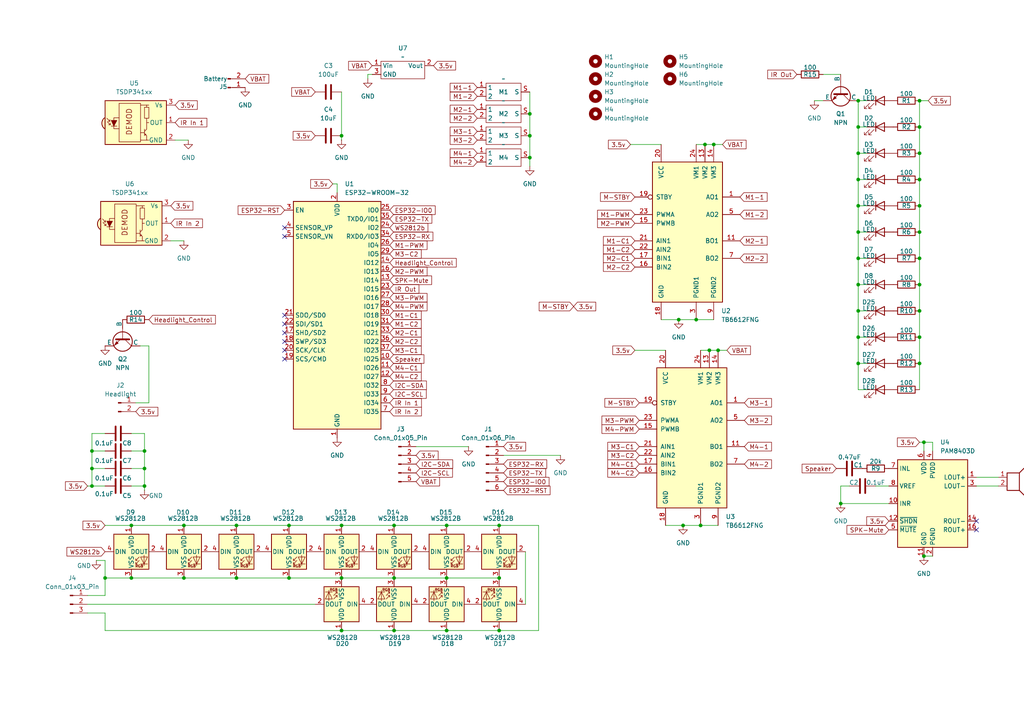
<source format=kicad_sch>
(kicad_sch (version 20231120) (generator "eeschema") (generator_version "8.0")
  (paper "A4")
  (junction (at 198.12 152.4))
  (junction (at 68.58 152.4))
  (junction (at 26.67 140.97))
  (junction (at 99.06 182.88))
  (junction (at 114.3 152.4))
  (junction (at 38.1 167.64))
  (junction (at 248.92 67.31))
  (junction (at 99.06 39.37))
  (junction (at 207.01 41.91))
  (junction (at 266.7 82.55))
  (junction (at 266.7 59.69))
  (junction (at 266.7 52.07))
  (junction (at 248.92 74.93))
  (junction (at 144.78 167.64))
  (junction (at 266.7 74.93))
  (junction (at 144.78 152.4))
  (junction (at 267.97 128.27))
  (junction (at 248.92 90.17))
  (junction (at 248.92 82.55))
  (junction (at 83.82 152.4))
  (junction (at 68.58 167.64))
  (junction (at 83.82 167.64))
  (junction (at 266.7 67.31))
  (junction (at 153.67 33.02))
  (junction (at 129.54 182.88))
  (junction (at 114.3 182.88))
  (junction (at 129.54 167.64))
  (junction (at 129.54 152.4))
  (junction (at 53.34 167.64))
  (junction (at 266.7 105.41))
  (junction (at 205.74 101.6))
  (junction (at 248.92 105.41))
  (junction (at 38.1 152.4))
  (junction (at 266.7 29.21))
  (junction (at 248.92 97.79))
  (junction (at 41.91 135.89))
  (junction (at 208.28 101.6))
  (junction (at 266.7 97.79))
  (junction (at 266.7 90.17))
  (junction (at 201.93 92.71))
  (junction (at 243.84 146.05))
  (junction (at 144.78 182.88))
  (junction (at 41.91 140.97))
  (junction (at 196.85 92.71))
  (junction (at 26.67 135.89))
  (junction (at 114.3 167.64))
  (junction (at 266.7 36.83))
  (junction (at 53.34 152.4))
  (junction (at 267.97 161.29))
  (junction (at 99.06 152.4))
  (junction (at 99.06 167.64))
  (junction (at 248.92 59.69))
  (junction (at 153.67 39.37))
  (junction (at 204.47 41.91))
  (junction (at 26.67 130.81))
  (junction (at 153.67 45.72))
  (junction (at 203.2 152.4))
  (junction (at 266.7 44.45))
  (junction (at 41.91 130.81))
  (junction (at 248.92 36.83))
  (junction (at 30.48 167.64))
  (junction (at 248.92 44.45))
  (junction (at 248.92 52.07))
  (junction (at 248.92 29.21))
  (no_connect (at 283.21 153.67))
  (no_connect (at 82.55 68.58))
  (no_connect (at 82.55 93.98))
  (no_connect (at 82.55 104.14))
  (no_connect (at 82.55 99.06))
  (no_connect (at 82.55 91.44))
  (no_connect (at 283.21 151.13))
  (no_connect (at 82.55 96.52))
  (no_connect (at 82.55 101.6))
  (no_connect (at 82.55 66.04))
  (wire (pts (xy 50.8 40.64) (xy 54.61 40.64)))
  (wire (pts (xy 43.18 100.33) (xy 43.18 116.84)))
  (wire (pts (xy 53.34 167.64) (xy 68.58 167.64)))
  (wire (pts (xy 25.4 175.26) (xy 91.44 175.26)))
  (wire (pts (xy 266.7 82.55) (xy 266.7 90.17)))
  (wire (pts (xy 248.92 105.41) (xy 251.46 105.41)))
  (wire (pts (xy 153.67 33.02) (xy 153.67 39.37)))
  (wire (pts (xy 248.92 36.83) (xy 248.92 29.21)))
  (wire (pts (xy 68.58 152.4) (xy 83.82 152.4)))
  (wire (pts (xy 53.34 152.4) (xy 68.58 152.4)))
  (wire (pts (xy 203.2 101.6) (xy 205.74 101.6)))
  (wire (pts (xy 191.77 92.71) (xy 196.85 92.71)))
  (wire (pts (xy 41.91 125.73) (xy 41.91 130.81)))
  (wire (pts (xy 266.7 59.69) (xy 266.7 67.31)))
  (wire (pts (xy 248.92 90.17) (xy 248.92 82.55)))
  (wire (pts (xy 30.48 135.89) (xy 26.67 135.89)))
  (wire (pts (xy 251.46 36.83) (xy 248.92 36.83)))
  (wire (pts (xy 144.78 152.4) (xy 156.21 152.4)))
  (wire (pts (xy 38.1 130.81) (xy 41.91 130.81)))
  (wire (pts (xy 208.28 101.6) (xy 210.82 101.6)))
  (wire (pts (xy 201.93 41.91) (xy 204.47 41.91)))
  (wire (pts (xy 251.46 29.21) (xy 248.92 29.21)))
  (wire (pts (xy 267.97 161.29) (xy 270.51 161.29)))
  (wire (pts (xy 30.48 152.4) (xy 38.1 152.4)))
  (wire (pts (xy 25.4 177.8) (xy 30.48 177.8)))
  (wire (pts (xy 248.92 67.31) (xy 251.46 67.31)))
  (wire (pts (xy 243.84 140.97) (xy 246.38 140.97)))
  (wire (pts (xy 266.7 44.45) (xy 266.7 52.07)))
  (wire (pts (xy 152.4 160.02) (xy 152.4 175.26)))
  (wire (pts (xy 251.46 97.79) (xy 248.92 97.79)))
  (wire (pts (xy 254 140.97) (xy 257.81 140.97)))
  (wire (pts (xy 251.46 52.07) (xy 248.92 52.07)))
  (wire (pts (xy 248.92 113.03) (xy 248.92 105.41)))
  (wire (pts (xy 96.52 53.34) (xy 97.79 53.34)))
  (wire (pts (xy 236.22 29.21) (xy 238.76 29.21)))
  (wire (pts (xy 30.48 172.72) (xy 25.4 172.72)))
  (wire (pts (xy 38.1 140.97) (xy 41.91 140.97)))
  (wire (pts (xy 270.51 130.81) (xy 270.51 128.27)))
  (wire (pts (xy 270.51 128.27) (xy 267.97 128.27)))
  (wire (pts (xy 129.54 182.88) (xy 144.78 182.88)))
  (wire (pts (xy 26.67 125.73) (xy 26.67 130.81)))
  (wire (pts (xy 40.64 100.33) (xy 43.18 100.33)))
  (wire (pts (xy 26.67 130.81) (xy 26.67 135.89)))
  (wire (pts (xy 129.54 167.64) (xy 144.78 167.64)))
  (wire (pts (xy 30.48 167.64) (xy 38.1 167.64)))
  (wire (pts (xy 196.85 92.71) (xy 201.93 92.71)))
  (wire (pts (xy 99.06 40.64) (xy 99.06 39.37)))
  (wire (pts (xy 114.3 182.88) (xy 129.54 182.88)))
  (wire (pts (xy 41.91 130.81) (xy 41.91 135.89)))
  (wire (pts (xy 248.92 74.93) (xy 251.46 74.93)))
  (wire (pts (xy 153.67 39.37) (xy 153.67 45.72)))
  (wire (pts (xy 25.4 140.97) (xy 26.67 140.97)))
  (wire (pts (xy 266.7 128.27) (xy 267.97 128.27)))
  (wire (pts (xy 198.12 152.4) (xy 203.2 152.4)))
  (wire (pts (xy 99.06 167.64) (xy 114.3 167.64)))
  (wire (pts (xy 243.84 146.05) (xy 257.81 146.05)))
  (wire (pts (xy 26.67 135.89) (xy 26.67 140.97)))
  (wire (pts (xy 30.48 162.56) (xy 30.48 167.64)))
  (wire (pts (xy 129.54 152.4) (xy 144.78 152.4)))
  (wire (pts (xy 184.15 101.6) (xy 193.04 101.6)))
  (wire (pts (xy 289.56 138.43) (xy 283.21 138.43)))
  (wire (pts (xy 38.1 135.89) (xy 41.91 135.89)))
  (wire (pts (xy 26.67 140.97) (xy 30.48 140.97)))
  (wire (pts (xy 30.48 177.8) (xy 30.48 182.88)))
  (wire (pts (xy 203.2 152.4) (xy 208.28 152.4)))
  (wire (pts (xy 248.92 67.31) (xy 248.92 59.69)))
  (wire (pts (xy 251.46 59.69) (xy 248.92 59.69)))
  (wire (pts (xy 266.7 29.21) (xy 266.7 36.83)))
  (wire (pts (xy 251.46 44.45) (xy 248.92 44.45)))
  (wire (pts (xy 289.56 140.97) (xy 283.21 140.97)))
  (wire (pts (xy 248.92 59.69) (xy 248.92 52.07)))
  (wire (pts (xy 207.01 41.91) (xy 209.55 41.91)))
  (wire (pts (xy 266.7 36.83) (xy 266.7 44.45)))
  (wire (pts (xy 83.82 167.64) (xy 99.06 167.64)))
  (wire (pts (xy 248.92 74.93) (xy 248.92 67.31)))
  (wire (pts (xy 251.46 113.03) (xy 248.92 113.03)))
  (wire (pts (xy 30.48 167.64) (xy 30.48 172.72)))
  (wire (pts (xy 114.3 152.4) (xy 129.54 152.4)))
  (wire (pts (xy 266.7 67.31) (xy 266.7 74.93)))
  (wire (pts (xy 205.74 101.6) (xy 208.28 101.6)))
  (wire (pts (xy 99.06 39.37) (xy 99.06 26.67)))
  (wire (pts (xy 204.47 41.91) (xy 207.01 41.91)))
  (wire (pts (xy 267.97 128.27) (xy 267.97 130.81)))
  (wire (pts (xy 114.3 167.64) (xy 129.54 167.64)))
  (wire (pts (xy 41.91 135.89) (xy 41.91 140.97)))
  (wire (pts (xy 83.82 152.4) (xy 99.06 152.4)))
  (wire (pts (xy 248.92 82.55) (xy 248.92 74.93)))
  (wire (pts (xy 238.76 21.59) (xy 243.84 21.59)))
  (wire (pts (xy 266.7 74.93) (xy 266.7 82.55)))
  (wire (pts (xy 43.18 116.84) (xy 39.37 116.84)))
  (wire (pts (xy 266.7 90.17) (xy 266.7 97.79)))
  (wire (pts (xy 99.06 152.4) (xy 114.3 152.4)))
  (wire (pts (xy 248.92 105.41) (xy 248.92 97.79)))
  (wire (pts (xy 30.48 130.81) (xy 26.67 130.81)))
  (wire (pts (xy 193.04 152.4) (xy 198.12 152.4)))
  (wire (pts (xy 27.94 162.56) (xy 30.48 162.56)))
  (wire (pts (xy 156.21 182.88) (xy 144.78 182.88)))
  (wire (pts (xy 68.58 167.64) (xy 83.82 167.64)))
  (wire (pts (xy 41.91 140.97) (xy 41.91 142.24)))
  (wire (pts (xy 269.24 29.21) (xy 266.7 29.21)))
  (wire (pts (xy 248.92 44.45) (xy 248.92 52.07)))
  (wire (pts (xy 30.48 182.88) (xy 99.06 182.88)))
  (wire (pts (xy 266.7 52.07) (xy 266.7 59.69)))
  (wire (pts (xy 153.67 48.26) (xy 153.67 45.72)))
  (wire (pts (xy 243.84 140.97) (xy 243.84 146.05)))
  (wire (pts (xy 266.7 105.41) (xy 266.7 113.03)))
  (wire (pts (xy 146.05 132.08) (xy 162.56 132.08)))
  (wire (pts (xy 30.48 125.73) (xy 26.67 125.73)))
  (wire (pts (xy 251.46 82.55) (xy 248.92 82.55)))
  (wire (pts (xy 266.7 97.79) (xy 266.7 105.41)))
  (wire (pts (xy 106.68 21.59) (xy 107.95 21.59)))
  (wire (pts (xy 182.88 41.91) (xy 191.77 41.91)))
  (wire (pts (xy 97.79 53.34) (xy 97.79 55.88)))
  (wire (pts (xy 248.92 90.17) (xy 251.46 90.17)))
  (wire (pts (xy 38.1 167.64) (xy 53.34 167.64)))
  (wire (pts (xy 49.53 69.85) (xy 53.34 69.85)))
  (wire (pts (xy 38.1 125.73) (xy 41.91 125.73)))
  (wire (pts (xy 156.21 152.4) (xy 156.21 182.88)))
  (wire (pts (xy 106.68 22.86) (xy 106.68 21.59)))
  (wire (pts (xy 201.93 92.71) (xy 207.01 92.71)))
  (wire (pts (xy 120.65 129.54) (xy 135.89 129.54)))
  (wire (pts (xy 248.92 97.79) (xy 248.92 90.17)))
  (wire (pts (xy 153.67 26.67) (xy 153.67 33.02)))
  (wire (pts (xy 99.06 182.88) (xy 114.3 182.88)))
  (wire (pts (xy 248.92 36.83) (xy 248.92 44.45)))
  (wire (pts (xy 38.1 152.4) (xy 53.34 152.4)))
  (global_label "M2-C2" (shape input) (at 113.03 99.06 0) (property "Intersheetrefs" "${INTERSHEET_REFS}" (effects (hide yes))))
  (global_label "3.5v" (shape input) (at 25.4 140.97 180) (property "Intersheetrefs" "${INTERSHEET_REFS}" (effects (hide yes))))
  (global_label "VBAT" (shape input) (at 71.12 22.86 0) (property "Intersheetrefs" "${INTERSHEET_REFS}" (effects (hide yes))))
  (global_label "3.5v" (shape input) (at 266.7 128.27 180) (property "Intersheetrefs" "${INTERSHEET_REFS}" (effects (hide yes))))
  (global_label "3.5v" (shape input) (at 146.05 129.54 0) (property "Intersheetrefs" "${INTERSHEET_REFS}" (effects (hide yes))))
  (global_label "M3-C1" (shape input) (at 185.42 129.54 180) (property "Intersheetrefs" "${INTERSHEET_REFS}" (effects (hide yes))))
  (global_label "M4-C1" (shape input) (at 185.42 134.62 180) (property "Intersheetrefs" "${INTERSHEET_REFS}" (effects (hide yes))))
  (global_label "M1-2" (shape input) (at 138.43 27.94 180) (property "Intersheetrefs" "${INTERSHEET_REFS}" (effects (hide yes))))
  (global_label "I2C-SCL" (shape input) (at 113.03 114.3 0) (property "Intersheetrefs" "${INTERSHEET_REFS}" (effects (hide yes))))
  (global_label "M1-C2" (shape input) (at 113.03 93.98 0) (property "Intersheetrefs" "${INTERSHEET_REFS}" (effects (hide yes))))
  (global_label "M3-C1" (shape input) (at 113.03 101.6 0) (property "Intersheetrefs" "${INTERSHEET_REFS}" (effects (hide yes))))
  (global_label "3.5v" (shape input) (at 166.37 88.9 0) (property "Intersheetrefs" "${INTERSHEET_REFS}" (effects (hide yes))))
  (global_label "M3-C2" (shape input) (at 113.03 73.66 0) (property "Intersheetrefs" "${INTERSHEET_REFS}" (effects (hide yes))))
  (global_label "IR In 1" (shape input) (at 113.03 116.84 0) (property "Intersheetrefs" "${INTERSHEET_REFS}" (effects (hide yes))))
  (global_label "M3-PWM" (shape input) (at 113.03 86.36 0) (property "Intersheetrefs" "${INTERSHEET_REFS}" (effects (hide yes))))
  (global_label "M4-1" (shape input) (at 138.43 44.45 180) (property "Intersheetrefs" "${INTERSHEET_REFS}" (effects (hide yes))))
  (global_label "M1-PWM" (shape input) (at 113.03 71.12 0) (property "Intersheetrefs" "${INTERSHEET_REFS}" (effects (hide yes))))
  (global_label "3.5v" (shape input) (at 96.52 53.34 180) (property "Intersheetrefs" "${INTERSHEET_REFS}" (effects (hide yes))))
  (global_label "Speaker" (shape input) (at 113.03 104.14 0) (property "Intersheetrefs" "${INTERSHEET_REFS}" (effects (hide yes))))
  (global_label "VBAT" (shape input) (at 120.65 139.7 0) (property "Intersheetrefs" "${INTERSHEET_REFS}" (effects (hide yes))))
  (global_label "M2-PWM" (shape input) (at 113.03 78.74 0) (property "Intersheetrefs" "${INTERSHEET_REFS}" (effects (hide yes))))
  (global_label "M3-C2" (shape input) (at 185.42 132.08 180) (property "Intersheetrefs" "${INTERSHEET_REFS}" (effects (hide yes))))
  (global_label "M1-2" (shape input) (at 214.63 62.23 0) (property "Intersheetrefs" "${INTERSHEET_REFS}" (effects (hide yes))))
  (global_label "M4-PWM" (shape input) (at 113.03 88.9 0) (property "Intersheetrefs" "${INTERSHEET_REFS}" (effects (hide yes))))
  (global_label "ESP32-TX" (shape input) (at 113.03 63.5 0) (property "Intersheetrefs" "${INTERSHEET_REFS}" (effects (hide yes))))
  (global_label "M1-1" (shape input) (at 214.63 57.15 0) (property "Intersheetrefs" "${INTERSHEET_REFS}" (effects (hide yes))))
  (global_label "IR In 2" (shape input) (at 113.03 119.38 0) (property "Intersheetrefs" "${INTERSHEET_REFS}" (effects (hide yes))))
  (global_label "3.5v" (shape input) (at 39.37 119.38 0) (property "Intersheetrefs" "${INTERSHEET_REFS}" (effects (hide yes))))
  (global_label "M4-C1" (shape input) (at 113.03 106.68 0) (property "Intersheetrefs" "${INTERSHEET_REFS}" (effects (hide yes))))
  (global_label "Headlight_Control" (shape input) (at 113.03 76.2 0) (property "Intersheetrefs" "${INTERSHEET_REFS}" (effects (hide yes))))
  (global_label "3.5v" (shape input) (at 257.81 151.13 180) (property "Intersheetrefs" "${INTERSHEET_REFS}" (effects (hide yes))))
  (global_label "3.5v" (shape input) (at 125.73 19.05 0) (property "Intersheetrefs" "${INTERSHEET_REFS}" (effects (hide yes))))
  (global_label "M2-2" (shape input) (at 138.43 34.29 180) (property "Intersheetrefs" "${INTERSHEET_REFS}" (effects (hide yes))))
  (global_label "M3-1" (shape input) (at 138.43 38.1 180) (property "Intersheetrefs" "${INTERSHEET_REFS}" (effects (hide yes))))
  (global_label "M1-C2" (shape input) (at 184.15 72.39 180) (property "Intersheetrefs" "${INTERSHEET_REFS}" (effects (hide yes))))
  (global_label "ESP32-RST" (shape input) (at 146.05 142.24 0) (property "Intersheetrefs" "${INTERSHEET_REFS}" (effects (hide yes))))
  (global_label "M4-C2" (shape input) (at 113.03 109.22 0) (property "Intersheetrefs" "${INTERSHEET_REFS}" (effects (hide yes))))
  (global_label "3.5v" (shape input) (at 182.88 41.91 180) (property "Intersheetrefs" "${INTERSHEET_REFS}" (effects (hide yes))))
  (global_label "M1-C1" (shape input) (at 184.15 69.85 180) (property "Intersheetrefs" "${INTERSHEET_REFS}" (effects (hide yes))))
  (global_label "3.5v" (shape input) (at 49.53 59.69 0) (property "Intersheetrefs" "${INTERSHEET_REFS}" (effects (hide yes))))
  (global_label "M2-2" (shape input) (at 214.63 74.93 0) (property "Intersheetrefs" "${INTERSHEET_REFS}" (effects (hide yes))))
  (global_label "I2C-SDA" (shape input) (at 120.65 134.62 0) (property "Intersheetrefs" "${INTERSHEET_REFS}" (effects (hide yes))))
  (global_label "I2C-SDA" (shape input) (at 113.03 111.76 0) (property "Intersheetrefs" "${INTERSHEET_REFS}" (effects (hide yes))))
  (global_label "ESP32-IO0" (shape input) (at 113.03 60.96 0) (property "Intersheetrefs" "${INTERSHEET_REFS}" (effects (hide yes))))
  (global_label "M2-C1" (shape input) (at 184.15 74.93 180) (property "Intersheetrefs" "${INTERSHEET_REFS}" (effects (hide yes))))
  (global_label "3.5v" (shape input) (at 184.15 101.6 180) (property "Intersheetrefs" "${INTERSHEET_REFS}" (effects (hide yes))))
  (global_label "IR Out" (shape input) (at 113.03 83.82 0) (property "Intersheetrefs" "${INTERSHEET_REFS}" (effects (hide yes))))
  (global_label "M2-1" (shape input) (at 138.43 31.75 180) (property "Intersheetrefs" "${INTERSHEET_REFS}" (effects (hide yes))))
  (global_label "M2-C1" (shape input) (at 113.03 96.52 0) (property "Intersheetrefs" "${INTERSHEET_REFS}" (effects (hide yes))))
  (global_label "M4-C2" (shape input) (at 185.42 137.16 180) (property "Intersheetrefs" "${INTERSHEET_REFS}" (effects (hide yes))))
  (global_label "M4-2" (shape input) (at 215.9 134.62 0) (property "Intersheetrefs" "${INTERSHEET_REFS}" (effects (hide yes))))
  (global_label "M4-PWM" (shape input) (at 185.42 124.46 180) (property "Intersheetrefs" "${INTERSHEET_REFS}" (effects (hide yes))))
  (global_label "IR In 2" (shape input) (at 49.53 64.77 0) (property "Intersheetrefs" "${INTERSHEET_REFS}" (effects (hide yes))))
  (global_label "M2-1" (shape input) (at 214.63 69.85 0) (property "Intersheetrefs" "${INTERSHEET_REFS}" (effects (hide yes))))
  (global_label "M3-2" (shape input) (at 215.9 121.92 0) (property "Intersheetrefs" "${INTERSHEET_REFS}" (effects (hide yes))))
  (global_label "VBAT" (shape input) (at 107.95 19.05 180) (property "Intersheetrefs" "${INTERSHEET_REFS}" (effects (hide yes))))
  (global_label "M2-PWM" (shape input) (at 184.15 64.77 180) (property "Intersheetrefs" "${INTERSHEET_REFS}" (effects (hide yes))))
  (global_label "3.5v" (shape input) (at 269.24 29.21 0) (property "Intersheetrefs" "${INTERSHEET_REFS}" (effects (hide yes))))
  (global_label "M-STBY" (shape input) (at 185.42 116.84 180) (property "Intersheetrefs" "${INTERSHEET_REFS}" (effects (hide yes))))
  (global_label "ESP32-RX" (shape input) (at 146.05 134.62 0) (property "Intersheetrefs" "${INTERSHEET_REFS}" (effects (hide yes))))
  (global_label "ESP32-TX" (shape input) (at 146.05 137.16 0) (property "Intersheetrefs" "${INTERSHEET_REFS}" (effects (hide yes))))
  (global_label "SPK-Mute" (shape input) (at 257.81 153.67 180) (property "Intersheetrefs" "${INTERSHEET_REFS}" (effects (hide yes))))
  (global_label "WS2812b" (shape input) (at 113.03 66.04 0) (property "Intersheetrefs" "${INTERSHEET_REFS}" (effects (hide yes))))
  (global_label "3.5v" (shape input) (at 30.48 152.4 180) (property "Intersheetrefs" "${INTERSHEET_REFS}" (effects (hide yes))))
  (global_label "3.5v" (shape input) (at 50.8 30.48 0) (property "Intersheetrefs" "${INTERSHEET_REFS}" (effects (hide yes))))
  (global_label "M2-C2" (shape input) (at 184.15 77.47 180) (property "Intersheetrefs" "${INTERSHEET_REFS}" (effects (hide yes))))
  (global_label "IR In 1" (shape input) (at 50.8 35.56 0) (property "Intersheetrefs" "${INTERSHEET_REFS}" (effects (hide yes))))
  (global_label "M4-1" (shape input) (at 215.9 129.54 0) (property "Intersheetrefs" "${INTERSHEET_REFS}" (effects (hide yes))))
  (global_label "M3-PWM" (shape input) (at 185.42 121.92 180) (property "Intersheetrefs" "${INTERSHEET_REFS}" (effects (hide yes))))
  (global_label "Headlight_Control" (shape input) (at 43.18 92.71 0) (property "Intersheetrefs" "${INTERSHEET_REFS}" (effects (hide yes))))
  (global_label "3.5v" (shape input) (at 91.44 39.37 180) (property "Intersheetrefs" "${INTERSHEET_REFS}" (effects (hide yes))))
  (global_label "M-STBY" (shape input) (at 184.15 57.15 180) (property "Intersheetrefs" "${INTERSHEET_REFS}" (effects (hide yes))))
  (global_label "VBAT" (shape input) (at 209.55 41.91 0) (property "Intersheetrefs" "${INTERSHEET_REFS}" (effects (hide yes))))
  (global_label "ESP32-RST" (shape input) (at 82.55 60.96 180) (property "Intersheetrefs" "${INTERSHEET_REFS}" (effects (hide yes))))
  (global_label "VBAT" (shape input) (at 91.44 26.67 180) (property "Intersheetrefs" "${INTERSHEET_REFS}" (effects (hide yes))))
  (global_label "SPK-Mute" (shape input) (at 113.03 81.28 0) (property "Intersheetrefs" "${INTERSHEET_REFS}" (effects (hide yes))))
  (global_label "M1-1" (shape input) (at 138.43 25.4 180) (property "Intersheetrefs" "${INTERSHEET_REFS}" (effects (hide yes))))
  (global_label "M3-1" (shape input) (at 215.9 116.84 0) (property "Intersheetrefs" "${INTERSHEET_REFS}" (effects (hide yes))))
  (global_label "M4-2" (shape input) (at 138.43 46.99 180) (property "Intersheetrefs" "${INTERSHEET_REFS}" (effects (hide yes))))
  (global_label "I2C-SCL" (shape input) (at 120.65 137.16 0) (property "Intersheetrefs" "${INTERSHEET_REFS}" (effects (hide yes))))
  (global_label "3.5v" (shape input) (at 120.65 132.08 0) (property "Intersheetrefs" "${INTERSHEET_REFS}" (effects (hide yes))))
  (global_label "M1-C1" (shape input) (at 113.03 91.44 0) (property "Intersheetrefs" "${INTERSHEET_REFS}" (effects (hide yes))))
  (global_label "M-STBY" (shape input) (at 166.37 88.9 180) (property "Intersheetrefs" "${INTERSHEET_REFS}" (effects (hide yes))))
  (global_label "ESP32-RX" (shape input) (at 113.03 68.58 0) (property "Intersheetrefs" "${INTERSHEET_REFS}" (effects (hide yes))))
  (global_label "M1-PWM" (shape input) (at 184.15 62.23 180) (property "Intersheetrefs" "${INTERSHEET_REFS}" (effects (hide yes))))
  (global_label "VBAT" (shape input) (at 210.82 101.6 0) (property "Intersheetrefs" "${INTERSHEET_REFS}" (effects (hide yes))))
  (global_label "ESP32-IO0" (shape input) (at 146.05 139.7 0) (property "Intersheetrefs" "${INTERSHEET_REFS}" (effects (hide yes))))
  (global_label "WS2812b" (shape input) (at 30.48 160.02 180) (property "Intersheetrefs" "${INTERSHEET_REFS}" (effects (hide yes))))
  (global_label "IR Out" (shape input) (at 231.14 21.59 180) (property "Intersheetrefs" "${INTERSHEET_REFS}" (effects (hide yes))))
  (global_label "M3-2" (shape input) (at 138.43 40.64 180) (property "Intersheetrefs" "${INTERSHEET_REFS}" (effects (hide yes))))
  (global_label "Speaker" (shape input) (at 242.57 135.89 180) (property "Intersheetrefs" "${INTERSHEET_REFS}" (effects (hide yes))))
  (symbol (lib_id "Mechanical:MountingHole") (at 172.72 22.86 0) (unit 1) (exclude_from_sim yes) (in_bom no)
    (property "Reference" "H2" (at 175.26 21.5899 0) (effects (justify left)))
    (property "Value" "MountingHole" (at 175.26 24.1299 0) (effects (justify left)))
    (property "Footprint" "MountingHole:MountingHole_3.2mm_M3" (effects (hide yes)))
    (property "Description" "Mounting Hole without connection" (effects (hide yes)))
  )
  (symbol (lib_id "LED:WS2812B") (at 114.3 160.02 0) (unit 1)
    (property "Reference" "D14" (at 114.046 148.59 0))
    (property "Value" "WS2812B" (at 114.046 150.368 0))
    (property "Footprint" "LED_SMD:LED_WS2812B_PLCC4_5.0x5.0mm_P3.2mm" (effects (hide yes)))
    (property "Datasheet" "https://cdn-shop.adafruit.com/datasheets/WS2812B.pdf" (effects (hide yes)))
    (property "Description" "RGB LED with integrated controller" (effects (hide yes)))
  )
  (symbol (lib_id "Device:R") (at 262.89 36.83 90) (unit 1)
    (property "Reference" "R2" (at 262.89 36.83 90))
    (property "Value" "100" (at 262.89 34.798 90))
    (property "Footprint" "Resistor_THT:R_Axial_DIN0204_L3.6mm_D1.6mm_P2.54mm_Vertical" (effects (hide yes)))
    (property "Description" "Resistor" (effects (hide yes)))
  )
  (symbol (lib_id "LED:WS2812B") (at 144.78 160.02 0) (unit 1)
    (property "Reference" "D16" (at 144.526 148.59 0))
    (property "Value" "WS2812B" (at 144.526 150.368 0))
    (property "Footprint" "LED_SMD:LED_WS2812B_PLCC4_5.0x5.0mm_P3.2mm" (effects (hide yes)))
    (property "Datasheet" "https://cdn-shop.adafruit.com/datasheets/WS2812B.pdf" (effects (hide yes)))
    (property "Description" "RGB LED with integrated controller" (effects (hide yes)))
  )
  (symbol (lib_id "Device:LED") (at 255.27 44.45 0) (unit 1)
    (property "Reference" "D3" (at 251.968 41.91 0))
    (property "Value" "LED" (at 251.968 43.688 0))
    (property "Footprint" "Right Angle LED:Right Angle LED Reversed" (effects (hide yes)))
    (property "Description" "Light emitting diode" (effects (hide yes)))
  )
  (symbol (lib_id "LED:WS2812B") (at 129.54 160.02 0) (unit 1)
    (property "Reference" "D15" (at 129.286 148.59 0))
    (property "Value" "WS2812B" (at 129.286 150.368 0))
    (property "Footprint" "LED_SMD:LED_WS2812B_PLCC4_5.0x5.0mm_P3.2mm" (effects (hide yes)))
    (property "Datasheet" "https://cdn-shop.adafruit.com/datasheets/WS2812B.pdf" (effects (hide yes)))
    (property "Description" "RGB LED with integrated controller" (effects (hide yes)))
  )
  (symbol (lib_id "Device:C") (at 34.29 140.97 270) (unit 1)
    (property "Reference" "C5" (at 36.83 143.764 90))
    (property "Value" "0.1uF" (at 30.226 143.256 90))
    (property "Footprint" "Capacitor_SMD:C_0603_1608Metric_Pad1.08x0.95mm_HandSolder" (effects (hide yes)))
    (property "Description" "Unpolarized capacitor" (effects (hide yes)))
  )
  (symbol (lib_id "Device:LED") (at 255.27 29.21 0) (unit 1)
    (property "Reference" "D1" (at 251.968 26.67 0))
    (property "Value" "LED" (at 251.968 28.448 0))
    (property "Footprint" "Right Angle LED:Right Angle LED Reversed" (effects (hide yes)))
    (property "Description" "Light emitting diode" (effects (hide yes)))
  )
  (symbol (lib_id "Connector:Conn_01x05_Pin") (at 115.57 134.62 0) (unit 1)
    (property "Reference" "J3" (at 116.205 124.46 0))
    (property "Value" "Conn_01x05_Pin" (at 116.205 127 0))
    (property "Footprint" "Connector_PinHeader_2.54mm:PinHeader_1x05_P2.54mm_Vertical" (effects (hide yes)))
    (property "Description" "Generic connector, single row, 01x05, script generated" (effects (hide yes)))
  )
  (symbol (lib_id "Device:C") (at 95.25 26.67 90) (unit 1)
    (property "Reference" "C3" (at 95.25 19.05 90))
    (property "Value" "100uF" (at 95.25 21.59 90))
    (property "Footprint" "Capacitor_THT:CP_Radial_D5.0mm_P2.00mm" (effects (hide yes)))
    (property "Description" "Unpolarized capacitor" (effects (hide yes)))
  )
  (symbol (lib_id "LED:WS2812B") (at 129.54 175.26 180) (unit 1)
    (property "Reference" "D18" (at 129.794 186.69 0))
    (property "Value" "WS2812B" (at 129.794 184.912 0))
    (property "Footprint" "LED_SMD:LED_WS2812B_PLCC4_5.0x5.0mm_P3.2mm" (effects (hide yes)))
    (property "Datasheet" "https://cdn-shop.adafruit.com/datasheets/WS2812B.pdf" (effects (hide yes)))
    (property "Description" "RGB LED with integrated controller" (effects (hide yes)))
  )
  (symbol (lib_id "Interface_Optical:TSDP341xx") (at 40.64 35.56 0) (unit 1)
    (property "Reference" "U5" (at 38.905 24.13 0))
    (property "Value" "TSDP341xx" (at 38.905 26.67 0))
    (property "Footprint" "OptoDevice:Vishay_MINICAST-3Pin" (effects (hide yes)))
    (property "Datasheet" "http://www.vishay.com/docs/82667/tsdp341.pdf" (effects (hide yes)))
    (property "Description" "IR Receiver Modules for Data Transmission" (effects (hide yes)))
  )
  (symbol (lib_id "Device:R") (at 234.95 21.59 90) (unit 1)
    (property "Reference" "R15" (at 234.95 21.59 90))
    (property "Value" "100" (at 234.95 19.558 90))
    (property "Footprint" "Resistor_SMD:R_0805_2012Metric_Pad1.20x1.40mm_HandSolder" (effects (hide yes)))
    (property "Description" "Resistor" (effects (hide yes)))
  )
  (symbol (lib_id "Device:LED") (at 255.27 97.79 0) (unit 1)
    (property "Reference" "D26" (at 251.968 95.25 0))
    (property "Value" "LED" (at 251.968 97.028 0))
    (property "Footprint" "Right Angle LED:Right Angle LED" (effects (hide yes)))
    (property "Description" "Light emitting diode" (effects (hide yes)))
  )
  (symbol (lib_id "Device:LED") (at 255.27 52.07 0) (unit 1)
    (property "Reference" "D4" (at 251.968 49.53 0))
    (property "Value" "LED" (at 251.968 51.308 0))
    (property "Footprint" "Right Angle LED:Right Angle LED" (effects (hide yes)))
    (property "Description" "Light emitting diode" (effects (hide yes)))
  )
  (symbol (lib_id "LED:WS2812B") (at 144.78 175.26 180) (unit 1)
    (property "Reference" "D17" (at 145.034 186.69 0))
    (property "Value" "WS2812B" (at 145.034 184.912 0))
    (property "Footprint" "LED_SMD:LED_WS2812B_PLCC4_5.0x5.0mm_P3.2mm" (effects (hide yes)))
    (property "Datasheet" "https://cdn-shop.adafruit.com/datasheets/WS2812B.pdf" (effects (hide yes)))
    (property "Description" "RGB LED with integrated controller" (effects (hide yes)))
  )
  (symbol (lib_id "Connector:Conn_01x02_Pin") (at 34.29 116.84 0) (unit 1)
    (property "Reference" "J2" (at 34.925 111.76 0))
    (property "Value" "Headlight" (at 34.925 114.3 0))
    (property "Footprint" "Connector_PinHeader_2.54mm:PinHeader_1x02_P2.54mm_Vertical" (effects (hide yes)))
    (property "Description" "Generic connector, single row, 01x02, script generated" (effects (hide yes)))
  )
  (symbol (lib_id "Device:R") (at 262.89 29.21 90) (unit 1)
    (property "Reference" "R1" (at 262.89 29.21 90))
    (property "Value" "100" (at 262.89 27.178 90))
    (property "Footprint" "Resistor_THT:R_Axial_DIN0204_L3.6mm_D1.6mm_P2.54mm_Vertical" (effects (hide yes)))
    (property "Description" "Resistor" (effects (hide yes)))
  )
  (symbol (lib_id "Device:R") (at 262.89 97.79 90) (unit 1)
    (property "Reference" "R11" (at 262.89 97.79 90))
    (property "Value" "100" (at 262.89 95.758 90))
    (property "Footprint" "Resistor_THT:R_Axial_DIN0204_L3.6mm_D1.6mm_P2.54mm_Vertical" (effects (hide yes)))
    (property "Description" "Resistor" (effects (hide yes)))
  )
  (symbol (lib_id "power:GND") (at 71.12 25.4 0) (unit 1)
    (property "Reference" "#PWR016" (effects (hide yes)))
    (property "Value" "GND" (at 71.12 30.48 0))
    (property "Description" "Power symbol creates a global label with name \"GND\" , ground" (effects (hide yes)))
  )
  (symbol (lib_id "power:GND") (at 99.06 40.64 0) (unit 1)
    (property "Reference" "#PWR012" (effects (hide yes)))
    (property "Value" "GND" (at 99.06 45.72 0))
    (property "Description" "Power symbol creates a global label with name \"GND\" , ground" (effects (hide yes)))
  )
  (symbol (lib_id "Device:R") (at 39.37 92.71 90) (unit 1)
    (property "Reference" "R14" (at 39.37 92.71 90))
    (property "Value" "100" (at 39.37 90.678 90))
    (property "Footprint" "Resistor_SMD:R_0805_2012Metric_Pad1.20x1.40mm_HandSolder" (effects (hide yes)))
    (property "Description" "Resistor" (effects (hide yes)))
  )
  (symbol (lib_id "power:GND") (at 53.34 69.85 0) (unit 1)
    (property "Reference" "#PWR010" (effects (hide yes)))
    (property "Value" "GND" (at 53.34 74.93 0))
    (property "Description" "Power symbol creates a global label with name \"GND\" , ground" (effects (hide yes)))
  )
  (symbol (lib_id "Device:LED") (at 255.27 67.31 0) (unit 1)
    (property "Reference" "D6" (at 251.968 64.77 0))
    (property "Value" "LED" (at 251.968 66.548 0))
    (property "Footprint" "Right Angle LED:Right Angle LED" (effects (hide yes)))
    (property "Description" "Light emitting diode" (effects (hide yes)))
  )
  (symbol (lib_id "Device:C") (at 246.38 135.89 90) (unit 1)
    (property "Reference" "C1" (at 248.92 134.874 90))
    (property "Value" "0.47uF" (at 246.38 132.588 90))
    (property "Footprint" "Capacitor_THT:C_Disc_D5.0mm_W2.5mm_P2.50mm" (effects (hide yes)))
    (property "Description" "Unpolarized capacitor" (effects (hide yes)))
  )
  (symbol (lib_id "power:GND") (at 54.61 40.64 0) (unit 1)
    (property "Reference" "#PWR09" (effects (hide yes)))
    (property "Value" "GND" (at 54.61 45.72 0))
    (property "Description" "Power symbol creates a global label with name \"GND\" , ground" (effects (hide yes)))
  )
  (symbol (lib_id "Device:LED") (at 255.27 36.83 0) (unit 1)
    (property "Reference" "D2" (at 251.968 34.29 0))
    (property "Value" "LED" (at 251.968 36.068 0))
    (property "Footprint" "Right Angle LED:Right Angle LED" (effects (hide yes)))
    (property "Description" "Light emitting diode" (effects (hide yes)))
  )
  (symbol (lib_id "power:GND") (at 27.94 162.56 0) (unit 1)
    (property "Reference" "#PWR014" (effects (hide yes)))
    (property "Value" "GND" (at 24.384 164.084 0))
    (property "Description" "Power symbol creates a global label with name \"GND\" , ground" (effects (hide yes)))
  )
  (symbol (lib_id "Simulation_SPICE:NPN") (at 35.56 97.79 270) (unit 1)
    (property "Reference" "Q2" (at 35.56 104.14 90))
    (property "Value" "NPN" (at 35.56 106.68 90))
    (property "Footprint" "Package_TO_SOT_SMD:SOT-23-3" (effects (hide yes)))
    (property "Datasheet" "https://ngspice.sourceforge.io/docs/ngspice-html-manual/manual.xhtml#cha_BJTs" (effects (hide yes)))
    (property "Description" "Bipolar transistor symbol for simulation only, substrate tied to the emitter" (effects (hide yes)))
    (property "Sim.Device" "NPN" (effects (hide yes)))
    (property "Sim.Type" "GUMMELPOON" (effects (hide yes)))
    (property "Sim.Pins" "1=C 2=B 3=E" (effects (hide yes)))
  )
  (symbol (lib_id "Device:C") (at 34.29 135.89 270) (unit 1)
    (property "Reference" "C6" (at 36.83 138.684 90))
    (property "Value" "0.1uF" (at 30.226 138.684 90))
    (property "Footprint" "Capacitor_SMD:C_0603_1608Metric_Pad1.08x0.95mm_HandSolder" (effects (hide yes)))
    (property "Description" "Unpolarized capacitor" (effects (hide yes)))
  )
  (symbol (lib_id "Mechanical:MountingHole") (at 172.72 33.02 0) (unit 1) (exclude_from_sim yes) (in_bom no)
    (property "Reference" "H4" (at 175.26 31.7499 0) (effects (justify left)))
    (property "Value" "MountingHole" (at 175.26 34.2899 0) (effects (justify left)))
    (property "Footprint" "MountingHole:MountingHole_3.2mm_M3" (effects (hide yes)))
    (property "Description" "Mounting Hole without connection" (effects (hide yes)))
  )
  (symbol (lib_id "LED:WS2812B") (at 83.82 160.02 0) (unit 1)
    (property "Reference" "D12" (at 83.566 148.59 0))
    (property "Value" "WS2812B" (at 83.566 150.368 0))
    (property "Footprint" "LED_SMD:LED_WS2812B_PLCC4_5.0x5.0mm_P3.2mm" (effects (hide yes)))
    (property "Datasheet" "https://cdn-shop.adafruit.com/datasheets/WS2812B.pdf" (effects (hide yes)))
    (property "Description" "RGB LED with integrated controller" (effects (hide yes)))
  )
  (symbol (lib_id "Device:LED") (at 255.27 113.03 0) (unit 1)
    (property "Reference" "D28" (at 251.968 110.49 0))
    (property "Value" "LED" (at 251.968 112.268 0))
    (property "Footprint" "Right Angle LED:Right Angle LED" (effects (hide yes)))
    (property "Description" "Light emitting diode" (effects (hide yes)))
  )
  (symbol (lib_id "RF_Module:ESP32-WROOM-32") (at 97.79 91.44 0) (unit 1)
    (property "Reference" "U1" (at 99.9841 53.34 0) (effects (justify left)))
    (property "Value" "ESP32-WROOM-32" (at 99.9841 55.88 0) (effects (justify left)))
    (property "Footprint" "RF_Module:ESP32-WROOM-32" (effects (hide yes)))
    (property "Datasheet" "https://www.espressif.com/sites/default/files/documentation/esp32-wroom-32_datasheet_en.pdf" (effects (hide yes)))
    (property "Description" "RF Module, ESP32-D0WDQ6 SoC, Wi-Fi 802.11b/g/n, Bluetooth, BLE, 32-bit, 2.7-3.6V, onboard antenna, SMD" (effects (hide yes)))
  )
  (symbol (lib_id "Device:C") (at 95.25 39.37 90) (unit 1)
    (property "Reference" "C4" (at 95.25 31.75 90))
    (property "Value" "10uF" (at 95.25 34.29 90))
    (property "Footprint" "Capacitor_THT:CP_Radial_D5.0mm_P2.00mm" (effects (hide yes)))
    (property "Description" "Unpolarized capacitor" (effects (hide yes)))
  )
  (symbol (lib_id "LED:WS2812B") (at 38.1 160.02 0) (unit 1)
    (property "Reference" "D9" (at 37.846 148.59 0))
    (property "Value" "WS2812B" (at 37.846 150.368 0))
    (property "Footprint" "LED_SMD:LED_WS2812B_PLCC4_5.0x5.0mm_P3.2mm" (effects (hide yes)))
    (property "Datasheet" "https://cdn-shop.adafruit.com/datasheets/WS2812B.pdf" (effects (hide yes)))
    (property "Description" "RGB LED with integrated controller" (effects (hide yes)))
  )
  (symbol (lib_id "power:GND") (at 196.85 92.71 0) (unit 1)
    (property "Reference" "#PWR02" (effects (hide yes)))
    (property "Value" "GND" (at 196.85 97.79 0))
    (property "Description" "Power symbol creates a global label with name \"GND\" , ground" (effects (hide yes)))
  )
  (symbol (lib_id "Driver_Motor:TB6612FNG") (at 199.39 67.31 0) (unit 1)
    (property "Reference" "U2" (at 209.2041 90.17 0) (effects (justify left)))
    (property "Value" "TB6612FNG" (at 209.2041 92.71 0) (effects (justify left)))
    (property "Footprint" "Package_SO:SSOP-24_5.3x8.2mm_P0.65mm" (effects (hide yes)))
    (property "Datasheet" "https://toshiba.semicon-storage.com/us/product/linear/motordriver/detail.TB6612FNG.html" (effects (hide yes)))
    (property "Description" "Driver IC for Dual DC motor, SSOP-24" (effects (hide yes)))
  )
  (symbol (lib_id "Device:R") (at 262.89 44.45 90) (unit 1)
    (property "Reference" "R3" (at 262.89 44.45 90))
    (property "Value" "100" (at 262.89 42.418 90))
    (property "Footprint" "Resistor_THT:R_Axial_DIN0204_L3.6mm_D1.6mm_P2.54mm_Vertical" (effects (hide yes)))
    (property "Description" "Resistor" (effects (hide yes)))
  )
  (symbol (lib_id "Connector:Conn_01x03_Pin") (at 20.32 175.26 0) (unit 1)
    (property "Reference" "J4" (at 20.955 167.64 0))
    (property "Value" "Conn_01x03_Pin" (at 20.955 170.18 0))
    (property "Footprint" "Connector_PinHeader_2.54mm:PinHeader_1x03_P2.54mm_Vertical" (effects (hide yes)))
    (property "Description" "Generic connector, single row, 01x03, script generated" (effects (hide yes)))
  )
  (symbol (lib_id "N20 Motor:N20_Motor") (at 143.51 45.72 0) (unit 1)
    (property "Reference" "M4" (at 146.05 45.72 0))
    (property "Value" "~" (at 146.05 41.91 0))
    (property "Footprint" "N20 Motor:N20 Motor" (effects (hide yes)))
  )
  (symbol (lib_id "power:GND") (at 267.97 161.29 0) (unit 1)
    (property "Reference" "#PWR07" (effects (hide yes)))
    (property "Value" "GND" (at 267.97 166.37 0))
    (property "Description" "Power symbol creates a global label with name \"GND\" , ground" (effects (hide yes)))
  )
  (symbol (lib_id "Device:R") (at 262.89 59.69 90) (unit 1)
    (property "Reference" "R5" (at 262.89 59.69 90))
    (property "Value" "100" (at 262.89 57.658 90))
    (property "Footprint" "Resistor_THT:R_Axial_DIN0204_L3.6mm_D1.6mm_P2.54mm_Vertical" (effects (hide yes)))
    (property "Description" "Resistor" (effects (hide yes)))
  )
  (symbol (lib_id "Mechanical:MountingHole") (at 194.31 22.86 0) (unit 1) (exclude_from_sim yes) (in_bom no)
    (property "Reference" "H6" (at 196.85 21.5899 0) (effects (justify left)))
    (property "Value" "MountingHole" (at 196.85 24.1299 0) (effects (justify left)))
    (property "Footprint" "MountingHole:MountingHole_3.2mm_M3" (effects (hide yes)))
    (property "Description" "Mounting Hole without connection" (effects (hide yes)))
  )
  (symbol (lib_id "Device:R") (at 262.89 113.03 90) (unit 1)
    (property "Reference" "R13" (at 262.89 113.03 90))
    (property "Value" "100" (at 262.89 110.998 90))
    (property "Footprint" "Resistor_THT:R_Axial_DIN0204_L3.6mm_D1.6mm_P2.54mm_Vertical" (effects (hide yes)))
    (property "Description" "Resistor" (effects (hide yes)))
  )
  (symbol (lib_id "power:GND") (at 97.79 127 0) (unit 1)
    (property "Reference" "#PWR03" (effects (hide yes)))
    (property "Value" "GND" (at 97.79 132.08 0))
    (property "Description" "Power symbol creates a global label with name \"GND\" , ground" (effects (hide yes)))
  )
  (symbol (lib_id "power:GND") (at 41.91 142.24 0) (unit 1)
    (property "Reference" "#PWR015" (effects (hide yes)))
    (property "Value" "GND" (at 45.212 143.764 0))
    (property "Description" "Power symbol creates a global label with name \"GND\" , ground" (effects (hide yes)))
  )
  (symbol (lib_id "power:GND") (at 243.84 146.05 0) (unit 1)
    (property "Reference" "#PWR08" (effects (hide yes)))
    (property "Value" "GND" (at 243.84 151.13 0))
    (property "Description" "Power symbol creates a global label with name \"GND\" , ground" (effects (hide yes)))
  )
  (symbol (lib_id "Amplifier_Audio:PAM8403D") (at 270.51 146.05 0) (unit 1)
    (property "Reference" "U4" (at 272.7041 128.27 0) (effects (justify left)))
    (property "Value" "PAM8403D" (at 272.7041 130.81 0) (effects (justify left)))
    (property "Footprint" "Package_SO:SOP-16_3.9x9.9mm_P1.27mm" (effects (hide yes)))
    (property "Datasheet" "https://www.diodes.com/assets/Datasheets/products_inactive_data/PAM8403.pdf" (effects (hide yes)))
    (property "Description" "3W Filterless Class-D Stereo Audio Amplifier, SOP-16" (effects (hide yes)))
  )
  (symbol (lib_id "power:GND") (at 135.89 129.54 0) (unit 1)
    (property "Reference" "#PWR013" (effects (hide yes)))
    (property "Value" "GND" (at 135.89 134.62 0))
    (property "Description" "Power symbol creates a global label with name \"GND\" , ground" (effects (hide yes)))
  )
  (symbol (lib_id "Device:LED") (at 255.27 105.41 0) (unit 1)
    (property "Reference" "D27" (at 251.968 102.87 0))
    (property "Value" "LED" (at 251.968 104.648 0))
    (property "Footprint" "Right Angle LED:Right Angle LED" (effects (hide yes)))
    (property "Description" "Light emitting diode" (effects (hide yes)))
  )
  (symbol (lib_id "Mechanical:MountingHole") (at 172.72 27.94 0) (unit 1) (exclude_from_sim yes) (in_bom no)
    (property "Reference" "H3" (at 175.26 26.6699 0) (effects (justify left)))
    (property "Value" "MountingHole" (at 175.26 29.2099 0) (effects (justify left)))
    (property "Footprint" "MountingHole:MountingHole_3.2mm_M3" (effects (hide yes)))
    (property "Description" "Mounting Hole without connection" (effects (hide yes)))
  )
  (symbol (lib_id "N20 Motor:N20_Motor") (at 143.51 33.02 0) (unit 1)
    (property "Reference" "M2" (at 146.05 33.02 0))
    (property "Value" "~" (at 146.05 29.21 0))
    (property "Footprint" "N20 Motor:N20 Motor" (effects (hide yes)))
  )
  (symbol (lib_id "Device:R") (at 262.89 52.07 90) (unit 1)
    (property "Reference" "R4" (at 262.89 52.07 90))
    (property "Value" "100" (at 262.89 50.038 90))
    (property "Footprint" "Resistor_THT:R_Axial_DIN0204_L3.6mm_D1.6mm_P2.54mm_Vertical" (effects (hide yes)))
    (property "Description" "Resistor" (effects (hide yes)))
  )
  (symbol (lib_id "power:GND") (at 236.22 29.21 0) (unit 1)
    (property "Reference" "#PWR06" (effects (hide yes)))
    (property "Value" "GND" (at 236.22 34.29 0))
    (property "Description" "Power symbol creates a global label with name \"GND\" , ground" (effects (hide yes)))
  )
  (symbol (lib_id "LED:WS2812B") (at 114.3 175.26 180) (unit 1)
    (property "Reference" "D19" (at 114.554 186.69 0))
    (property "Value" "WS2812B" (at 114.554 184.912 0))
    (property "Footprint" "LED_SMD:LED_WS2812B_PLCC4_5.0x5.0mm_P3.2mm" (effects (hide yes)))
    (property "Datasheet" "https://cdn-shop.adafruit.com/datasheets/WS2812B.pdf" (effects (hide yes)))
    (property "Description" "RGB LED with integrated controller" (effects (hide yes)))
  )
  (symbol (lib_id "Device:R") (at 262.89 105.41 90) (unit 1)
    (property "Reference" "R12" (at 262.89 105.41 90))
    (property "Value" "100" (at 262.89 103.378 90))
    (property "Footprint" "Resistor_THT:R_Axial_DIN0204_L3.6mm_D1.6mm_P2.54mm_Vertical" (effects (hide yes)))
    (property "Description" "Resistor" (effects (hide yes)))
  )
  (symbol (lib_id "N20 Motor:N20_Motor") (at 143.51 26.67 0) (unit 1)
    (property "Reference" "M1" (at 146.05 26.67 0))
    (property "Value" "~" (at 146.05 22.86 0))
    (property "Footprint" "N20 Motor:N20 Motor" (effects (hide yes)))
  )
  (symbol (lib_id "Mechanical:MountingHole") (at 194.31 17.78 0) (unit 1) (exclude_from_sim yes) (in_bom no)
    (property "Reference" "H5" (at 196.85 16.5099 0) (effects (justify left)))
    (property "Value" "MountingHole" (at 196.85 19.0499 0) (effects (justify left)))
    (property "Footprint" "MountingHole:MountingHole_3.2mm_M3" (effects (hide yes)))
    (property "Description" "Mounting Hole without connection" (effects (hide yes)))
  )
  (symbol (lib_id "Driver_Motor:TB6612FNG") (at 200.66 127 0) (unit 1)
    (property "Reference" "U3" (at 210.4741 149.86 0) (effects (justify left)))
    (property "Value" "TB6612FNG" (at 210.4741 152.4 0) (effects (justify left)))
    (property "Footprint" "Package_SO:SSOP-24_5.3x8.2mm_P0.65mm" (effects (hide yes)))
    (property "Datasheet" "https://toshiba.semicon-storage.com/us/product/linear/motordriver/detail.TB6612FNG.html" (effects (hide yes)))
    (property "Description" "Driver IC for Dual DC motor, SSOP-24" (effects (hide yes)))
  )
  (symbol (lib_id "Device:C") (at 34.29 130.81 270) (unit 1)
    (property "Reference" "C7" (at 36.83 133.604 90))
    (property "Value" "0.1uF" (at 30.226 133.604 90))
    (property "Footprint" "Capacitor_SMD:C_0603_1608Metric_Pad1.08x0.95mm_HandSolder" (effects (hide yes)))
    (property "Description" "Unpolarized capacitor" (effects (hide yes)))
  )
  (symbol (lib_id "Device:R") (at 262.89 74.93 90) (unit 1)
    (property "Reference" "R7" (at 262.89 74.93 90))
    (property "Value" "100" (at 262.89 72.898 90))
    (property "Footprint" "Resistor_THT:R_Axial_DIN0204_L3.6mm_D1.6mm_P2.54mm_Vertical" (effects (hide yes)))
    (property "Description" "Resistor" (effects (hide yes)))
  )
  (symbol (lib_id "Device:R") (at 262.89 90.17 90) (unit 1)
    (property "Reference" "R10" (at 262.89 90.17 90))
    (property "Value" "100" (at 262.89 88.138 90))
    (property "Footprint" "Resistor_THT:R_Axial_DIN0204_L3.6mm_D1.6mm_P2.54mm_Vertical" (effects (hide yes)))
    (property "Description" "Resistor" (effects (hide yes)))
  )
  (symbol (lib_id "Device:LED") (at 255.27 59.69 0) (unit 1)
    (property "Reference" "D5" (at 251.968 57.15 0))
    (property "Value" "LED" (at 251.968 58.928 0))
    (property "Footprint" "Right Angle LED:Right Angle LED Reversed" (effects (hide yes)))
    (property "Description" "Light emitting diode" (effects (hide yes)))
  )
  (symbol (lib_id "power:GND") (at 30.48 100.33 0) (unit 1)
    (property "Reference" "#PWR011" (effects (hide yes)))
    (property "Value" "GND" (at 30.48 105.41 0))
    (property "Description" "Power symbol creates a global label with name \"GND\" , ground" (effects (hide yes)))
  )
  (symbol (lib_id "power:GND") (at 198.12 152.4 0) (unit 1)
    (property "Reference" "#PWR05" (effects (hide yes)))
    (property "Value" "GND" (at 198.12 157.48 0))
    (property "Description" "Power symbol creates a global label with name \"GND\" , ground" (effects (hide yes)))
  )
  (symbol (lib_id "power:GND") (at 153.67 48.26 0) (unit 1)
    (property "Reference" "#PWR01" (effects (hide yes)))
    (property "Value" "GND" (at 153.67 53.34 0))
    (property "Description" "Power symbol creates a global label with name \"GND\" , ground" (effects (hide yes)))
  )
  (symbol (lib_id "Device:R") (at 254 135.89 90) (unit 1)
    (property "Reference" "R9" (at 254 135.89 90))
    (property "Value" "20k" (at 254 133.858 90))
    (property "Footprint" "Resistor_THT:R_Axial_DIN0204_L3.6mm_D1.6mm_P2.54mm_Vertical" (effects (hide yes)))
    (property "Description" "Resistor" (effects (hide yes)))
  )
  (symbol (lib_id "Device:LED") (at 255.27 82.55 0) (unit 1)
    (property "Reference" "D8" (at 251.968 80.01 0))
    (property "Value" "LED" (at 251.968 81.788 0))
    (property "Footprint" "Right Angle LED:Right Angle LED" (effects (hide yes)))
    (property "Description" "Light emitting diode" (effects (hide yes)))
  )
  (symbol (lib_id "LED:WS2812B") (at 99.06 175.26 180) (unit 1)
    (property "Reference" "D20" (at 99.314 186.69 0))
    (property "Value" "WS2812B" (at 99.314 184.912 0))
    (property "Footprint" "LED_SMD:LED_WS2812B_PLCC4_5.0x5.0mm_P3.2mm" (effects (hide yes)))
    (property "Datasheet" "https://cdn-shop.adafruit.com/datasheets/WS2812B.pdf" (effects (hide yes)))
    (property "Description" "RGB LED with integrated controller" (effects (hide yes)))
  )
  (symbol (lib_id "Connector:Conn_01x06_Pin") (at 140.97 134.62 0) (unit 1)
    (property "Reference" "J1" (at 141.605 124.46 0))
    (property "Value" "Conn_01x06_Pin" (at 141.605 127 0))
    (property "Footprint" "Connector_PinHeader_2.54mm:PinHeader_1x06_P2.54mm_Vertical" (effects (hide yes)))
    (property "Description" "Generic connector, single row, 01x06, script generated" (effects (hide yes)))
  )
  (symbol (lib_id "Device:C") (at 34.29 125.73 270) (unit 1)
    (property "Reference" "C8" (at 36.83 128.524 90))
    (property "Value" "0.1uF" (at 30.226 128.524 90))
    (property "Footprint" "Capacitor_SMD:C_0603_1608Metric_Pad1.08x0.95mm_HandSolder" (effects (hide yes)))
    (property "Description" "Unpolarized capacitor" (effects (hide yes)))
  )
  (symbol (lib_id "Simulation_SPICE:NPN") (at 243.84 26.67 270) (unit 1)
    (property "Reference" "Q1" (at 243.84 33.02 90))
    (property "Value" "NPN" (at 243.84 35.56 90))
    (property "Footprint" "Package_TO_SOT_SMD:SOT-23-3" (effects (hide yes)))
    (property "Datasheet" "https://ngspice.sourceforge.io/docs/ngspice-html-manual/manual.xhtml#cha_BJTs" (effects (hide yes)))
    (property "Description" "Bipolar transistor symbol for simulation only, substrate tied to the emitter" (effects (hide yes)))
    (property "Sim.Device" "NPN" (effects (hide yes)))
    (property "Sim.Type" "GUMMELPOON" (effects (hide yes)))
    (property "Sim.Pins" "1=C 2=B 3=E" (effects (hide yes)))
  )
  (symbol (lib_id "Interface_Optical:TSDP341xx") (at 39.37 64.77 0) (unit 1)
    (property "Reference" "U6" (at 37.635 53.34 0))
    (property "Value" "TSDP341xx" (at 37.635 55.88 0))
    (property "Footprint" "OptoDevice:Vishay_MINICAST-3Pin" (effects (hide yes)))
    (property "Datasheet" "http://www.vishay.com/docs/82667/tsdp341.pdf" (effects (hide yes)))
    (property "Description" "IR Receiver Modules for Data Transmission" (effects (hide yes)))
  )
  (symbol (lib_id "LED:WS2812B") (at 53.34 160.02 0) (unit 1)
    (property "Reference" "D10" (at 53.086 148.59 0))
    (property "Value" "WS2812B" (at 53.086 150.368 0))
    (property "Footprint" "LED_SMD:LED_WS2812B_PLCC4_5.0x5.0mm_P3.2mm" (effects (hide yes)))
    (property "Datasheet" "https://cdn-shop.adafruit.com/datasheets/WS2812B.pdf" (effects (hide yes)))
    (property "Description" "RGB LED with integrated controller" (effects (hide yes)))
  )
  (symbol (lib_id "N20 Motor:N20_Motor") (at 143.51 39.37 0) (unit 1)
    (property "Reference" "M3" (at 146.05 39.37 0))
    (property "Value" "~" (at 146.05 35.56 0))
    (property "Footprint" "N20 Motor:N20 Motor" (effects (hide yes)))
  )
  (symbol (lib_id "power:GND") (at 106.68 22.86 0) (unit 1)
    (property "Reference" "#PWR017" (effects (hide yes)))
    (property "Value" "GND" (at 106.68 27.94 0))
    (property "Description" "Power symbol creates a global label with name \"GND\" , ground" (effects (hide yes)))
  )
  (symbol (lib_id "Device:R") (at 262.89 82.55 90) (unit 1)
    (property "Reference" "R8" (at 262.89 82.55 90))
    (property "Value" "100" (at 262.89 80.518 90))
    (property "Footprint" "Resistor_THT:R_Axial_DIN0204_L3.6mm_D1.6mm_P2.54mm_Vertical" (effects (hide yes)))
    (property "Description" "Resistor" (effects (hide yes)))
  )
  (symbol (lib_id "Mechanical:MountingHole") (at 172.72 17.78 0) (unit 1) (exclude_from_sim yes) (in_bom no)
    (property "Reference" "H1" (at 175.26 16.5099 0) (effects (justify left)))
    (property "Value" "MountingHole" (at 175.26 19.0499 0) (effects (justify left)))
    (property "Footprint" "MountingHole:MountingHole_3.2mm_M3" (effects (hide yes)))
    (property "Description" "Mounting Hole without connection" (effects (hide yes)))
  )
  (symbol (lib_id "Device:LED") (at 255.27 74.93 0) (unit 1)
    (property "Reference" "D7" (at 251.968 72.39 0))
    (property "Value" "LED" (at 251.968 74.168 0))
    (property "Footprint" "Right Angle LED:Right Angle LED Reversed" (effects (hide yes)))
    (property "Description" "Light emitting diode" (effects (hide yes)))
  )
  (symbol (lib_id "LED:WS2812B") (at 99.06 160.02 0) (unit 1)
    (property "Reference" "D13" (at 98.806 148.59 0))
    (property "Value" "WS2812B" (at 98.806 150.368 0))
    (property "Footprint" "LED_SMD:LED_WS2812B_PLCC4_5.0x5.0mm_P3.2mm" (effects (hide yes)))
    (property "Datasheet" "https://cdn-shop.adafruit.com/datasheets/WS2812B.pdf" (effects (hide yes)))
    (property "Description" "RGB LED with integrated controller" (effects (hide yes)))
  )
  (symbol (lib_id "Connector:Conn_01x02_Pin") (at 66.04 25.4 0) (mirror x) (unit 1)
    (property "Reference" "J5" (at 64.77 25.146 0))
    (property "Value" "Battery" (at 62.484 22.86 0))
    (property "Footprint" "Connector_PinHeader_2.54mm:PinHeader_1x02_P2.54mm_Vertical" (effects (hide yes)))
    (property "Description" "Generic connector, single row, 01x02, script generated" (effects (hide yes)))
  )
  (symbol (lib_id "Device:R") (at 262.89 67.31 90) (unit 1)
    (property "Reference" "R6" (at 262.89 67.31 90))
    (property "Value" "100" (at 262.89 65.278 90))
    (property "Footprint" "Resistor_THT:R_Axial_DIN0204_L3.6mm_D1.6mm_P2.54mm_Vertical" (effects (hide yes)))
    (property "Description" "Resistor" (effects (hide yes)))
  )
  (symbol (lib_id "Device:Speaker") (at 294.64 138.43 0) (unit 1)
    (property "Reference" "LS1" (at 299.72 138.4299 0) (effects (justify left)))
    (property "Value" "Speaker" (at 299.72 140.9699 0) (effects (justify left)))
    (property "Footprint" "Connector_PinHeader_2.54mm:PinHeader_1x02_P2.54mm_Vertical" (effects (hide yes)))
    (property "Description" "Speaker" (effects (hide yes)))
  )
  (symbol (lib_id "Device:C") (at 250.19 140.97 90) (unit 1)
    (property "Reference" "C2" (at 247.65 139.954 90))
    (property "Value" "0.1uF" (at 254 139.954 90))
    (property "Footprint" "Capacitor_THT:C_Disc_D5.0mm_W2.5mm_P2.50mm" (effects (hide yes)))
    (property "Description" "Unpolarized capacitor" (effects (hide yes)))
  )
  (symbol (lib_id "Generic DC Switching Regulator:Generic DC Switching Regulator") (at 116.84 20.32 0) (unit 1)
    (property "Reference" "U7" (at 116.84 13.97 0))
    (property "Value" "~" (at 116.84 16.51 0))
    (property "Footprint" "DC Buck Converter Module:DC Buck Converter" (effects (hide yes)))
  )
  (symbol (lib_id "power:GND") (at 162.56 132.08 0) (unit 1)
    (property "Reference" "#PWR04" (effects (hide yes)))
    (property "Value" "GND" (at 162.56 137.16 0))
    (property "Description" "Power symbol creates a global label with name \"GND\" , ground" (effects (hide yes)))
  )
  (symbol (lib_id "LED:WS2812B") (at 68.58 160.02 0) (unit 1)
    (property "Reference" "D11" (at 68.326 148.59 0))
    (property "Value" "WS2812B" (at 68.326 150.368 0))
    (property "Footprint" "LED_SMD:LED_WS2812B_PLCC4_5.0x5.0mm_P3.2mm" (effects (hide yes)))
    (property "Datasheet" "https://cdn-shop.adafruit.com/datasheets/WS2812B.pdf" (effects (hide yes)))
    (property "Description" "RGB LED with integrated controller" (effects (hide yes)))
  )
  (symbol (lib_id "Device:LED") (at 255.27 90.17 0) (unit 1)
    (property "Reference" "D25" (at 251.968 87.63 0))
    (property "Value" "LED" (at 251.968 89.408 0))
    (property "Footprint" "Right Angle LED:Right Angle LED Reversed" (effects (hide yes)))
    (property "Description" "Light emitting diode" (effects (hide yes)))
  )
)
</source>
